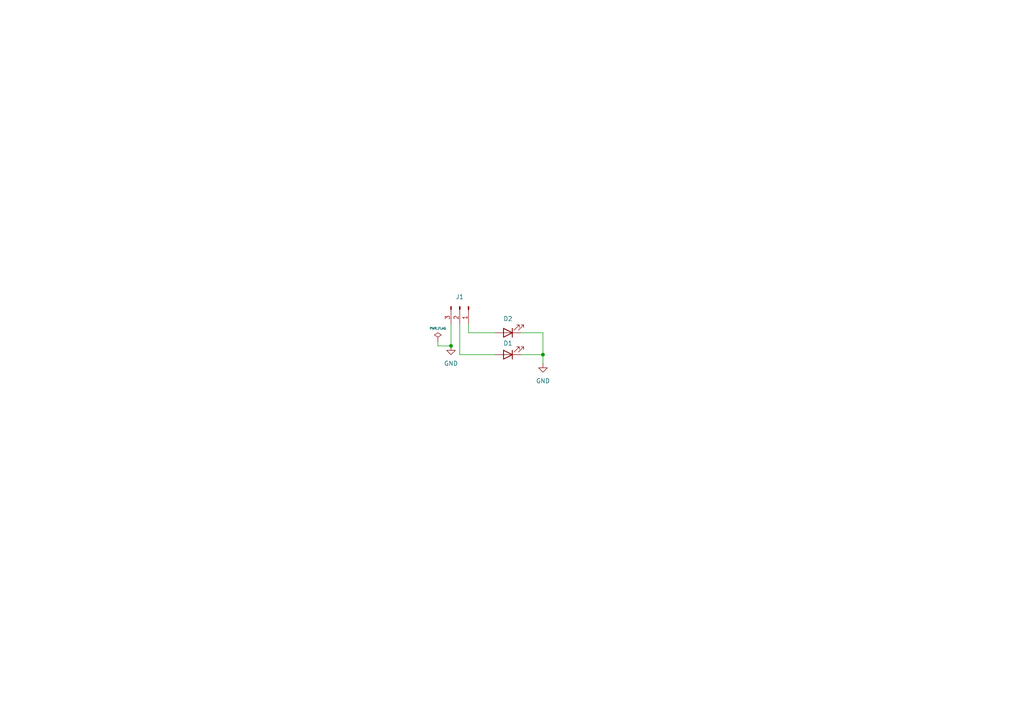
<source format=kicad_sch>
(kicad_sch (version 20231120) (generator "eeschema") (generator_version "8.0")
  (paper "A4")
  (lib_symbols
    (symbol "Connector:Conn_01x03_Pin" (pin_names (offset 1.016) hide)
      (property "Reference" "J" (at 0 5.08 0))
      (property "Value" "Conn_01x03_Pin" (at 0 -5.08 0))
      (symbol "Conn_01x03_Pin_1_1"
        (polyline (pts (xy 1.27 -2.54) (xy 0.8636 -2.54)) (stroke (width 0.1524)))
        (polyline (pts (xy 1.27 0) (xy 0.8636 0)) (stroke (width 0.1524)))
        (polyline (pts (xy 1.27 2.54) (xy 0.8636 2.54)) (stroke (width 0.1524)))
        (rectangle (start 0.8636 -2.413) (end 0 -2.667) (stroke (width 0.1524)) (fill (type outline)))
        (rectangle (start 0.8636 0.127) (end 0 -0.127) (stroke (width 0.1524)) (fill (type outline)))
        (rectangle (start 0.8636 2.667) (end 0 2.413) (stroke (width 0.1524)) (fill (type outline)))
        (pin passive line (at 5.08 2.54 180) (length 3.81) (name "Pin_1") (number "1"))
        (pin passive line (at 5.08 0 180) (length 3.81) (name "Pin_2") (number "2"))
        (pin passive line (at 5.08 -2.54 180) (length 3.81) (name "Pin_3") (number "3"))
      )
    )
    (symbol "Device:LED" (pin_numbers hide) (pin_names (offset 1.016) hide)
      (property "Reference" "D" (at 0 2.54 0))
      (property "Value" "LED" (at 0 -2.54 0))
      (symbol "LED_0_1"
        (polyline (pts (xy -1.27 -1.27) (xy -1.27 1.27)) (stroke (width 0.254)))
        (polyline (pts (xy -1.27 0) (xy 1.27 0)))
        (polyline (pts (xy 1.27 -1.27) (xy 1.27 1.27) (xy -1.27 0) (xy 1.27 -1.27)) (stroke (width 0.254)))
        (polyline (pts (xy -3.048 -0.762) (xy -4.572 -2.286) (xy -3.81 -2.286) (xy -4.572 -2.286) (xy -4.572 -1.524)))
        (polyline (pts (xy -1.778 -0.762) (xy -3.302 -2.286) (xy -2.54 -2.286) (xy -3.302 -2.286) (xy -3.302 -1.524)))
      )
      (symbol "LED_1_1"
        (pin passive line (at -3.81 0 0) (length 2.54) (name "K") (number "1"))
        (pin passive line (at 3.81 0 180) (length 2.54) (name "A") (number "2"))
      )
    )
    (symbol "power:GND" (power) (pin_numbers hide) (pin_names (offset 0) hide)
      (property "Value" "GND" (at 0 -3.81 0))
      (symbol "GND_0_1"
        (polyline (pts (xy 0 0) (xy 0 -1.27) (xy 1.27 -1.27) (xy 0 -2.54) (xy -1.27 -1.27) (xy 0 -1.27)))
      )
      (symbol "GND_1_1"
        (pin power_in line (at 0 0 270) (length 0) (name "~") (number "1"))
      )
    )
    (symbol "power:PWR_FLAG" (power) (pin_numbers hide) (pin_names (offset 0) hide)
      (property "Value" "PWR_FLAG" (at 0 3.81 0))
      (symbol "PWR_FLAG_0_0"
        (pin power_out line (at 0 0 90) (length 0) (name "~") (number "1"))
      )
      (symbol "PWR_FLAG_0_1"
        (polyline (pts (xy 0 0) (xy 0 1.27) (xy -1.016 1.905) (xy 0 2.54) (xy 1.016 1.905) (xy 0 1.27)))
      )
    )
  )
  (junction (at 130.81 100.33))
  (junction (at 157.48 102.87))
  (wire (pts (xy 157.48 102.87) (xy 157.48 105.41)))
  (wire (pts (xy 133.35 102.87) (xy 143.51 102.87)))
  (wire (pts (xy 135.89 96.52) (xy 143.51 96.52)))
  (wire (pts (xy 135.89 93.98) (xy 135.89 96.52)))
  (wire (pts (xy 157.48 96.52) (xy 157.48 102.87)))
  (wire (pts (xy 151.13 102.87) (xy 157.48 102.87)))
  (wire (pts (xy 151.13 96.52) (xy 157.48 96.52)))
  (wire (pts (xy 130.81 93.98) (xy 130.81 100.33)))
  (wire (pts (xy 133.35 93.98) (xy 133.35 102.87)))
  (wire (pts (xy 127 99.06) (xy 127 100.33)))
  (wire (pts (xy 127 100.33) (xy 130.81 100.33)))
  (symbol (lib_id "power:GND") (at 157.48 105.41 0) (unit 1)
    (property "Reference" "#PWR02" (effects (hide yes)))
    (property "Value" "GND" (at 157.48 110.49 0))
    (property "Description" "Power symbol creates a global label with name \"GND\" , ground" (effects (hide yes)))
  )
  (symbol (lib_id "Connector:Conn_01x03_Pin") (at 133.35 88.9 270) (unit 1)
    (property "Reference" "J1" (at 133.35 86.106 90))
    (property "Value" "Conn_01x03_Pin" (effects (hide yes)))
    (property "Footprint" "Connector_PinHeader_2.54mm:PinHeader_1x03_P2.54mm_Vertical" (effects (hide yes)))
    (property "Description" "Generic connector, single row, 01x03, script generated" (effects (hide yes)))
  )
  (symbol (lib_id "Device:LED") (at 147.32 96.52 180) (unit 1)
    (property "Reference" "D2" (at 147.32 92.456 0))
    (property "Value" "LED" (effects (hide yes)))
    (property "Footprint" "LED_THT:LED_D3.0mm" (effects (hide yes)))
    (property "Description" "Light emitting diode" (effects (hide yes)))
  )
  (symbol (lib_id "power:PWR_FLAG") (at 127 99.06 0) (unit 1)
    (property "Reference" "#FLG01" (effects (hide yes)))
    (property "Value" "PWR_FLAG" (at 127 95.25 0) (effects (font (size 0.635 0.635))))
    (property "Description" "Special symbol for telling ERC where power comes from" (effects (hide yes)))
  )
  (symbol (lib_id "Device:LED") (at 147.32 102.87 180) (unit 1)
    (property "Reference" "D1" (at 147.32 99.568 0))
    (property "Value" "LED" (effects (hide yes)))
    (property "Footprint" "LED_THT:LED_D3.0mm" (effects (hide yes)))
    (property "Description" "Light emitting diode" (effects (hide yes)))
  )
  (symbol (lib_id "power:GND") (at 130.81 100.33 0) (unit 1)
    (property "Reference" "#PWR01" (effects (hide yes)))
    (property "Value" "GND" (at 130.81 105.41 0))
    (property "Description" "Power symbol creates a global label with name \"GND\" , ground" (effects (hide yes)))
  )
)
</source>
